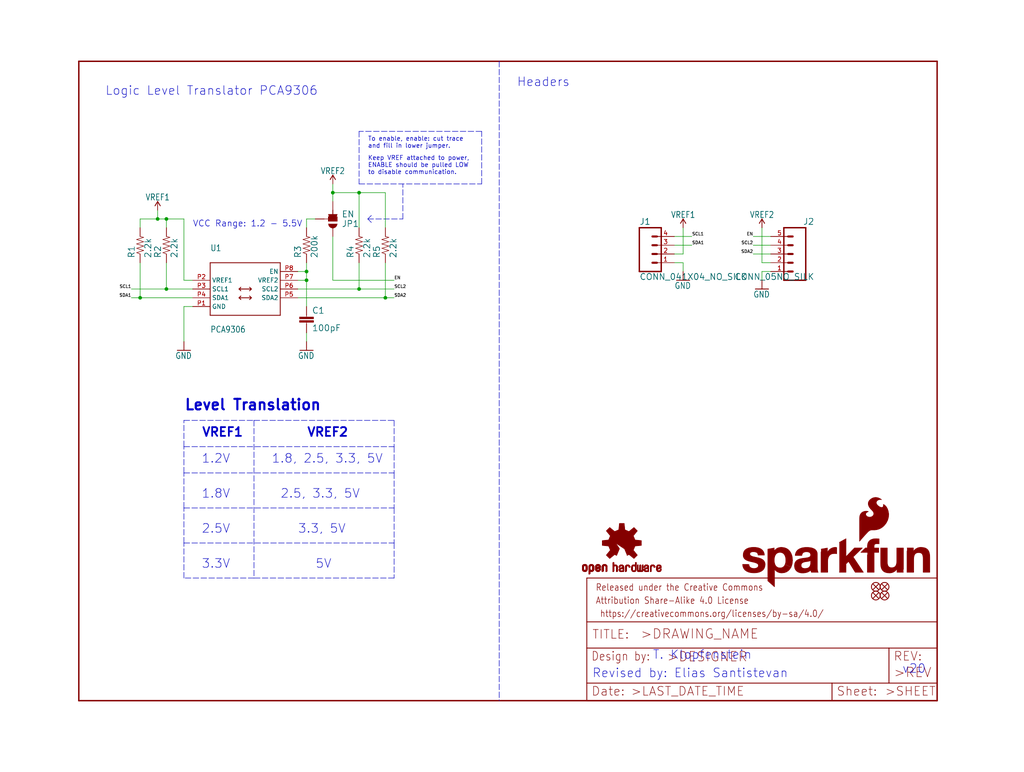
<source format=kicad_sch>
(kicad_sch (version 20211123) (generator eeschema)
  (paper "User" 297.002 223.926)
  (lib_symbols
    (symbol "eagleSchem-eagle-import:100PF-0603-50V-5%"
      (property "Reference" "C" (at 1.524 2.921 0))
      (property "Value" "100PF-0603-50V-5%" (at 1.524 -2.159 0))
      (symbol "100PF-0603-50V-5%_1_0"
        (pin passive line (at 0 5.08 270) (length 2.54) (name "1") (number "1"))
        (pin passive line (at 0 -2.54 90) (length 2.54) (name "2") (number "2"))
      )
    )
    (symbol "eagleSchem-eagle-import:2.2KOHM-0603-1{slash}10W-1%"
      (property "Reference" "R" (at 0 1.524 0))
      (property "Value" "2.2KOHM-0603-1{slash}10W-1%" (at 0 -1.524 0))
      (symbol "2.2KOHM-0603-1{slash}10W-1%_1_0"
        (pin passive line (at -5.08 0 0) (length 2.54) (name "1") (number "1"))
        (pin passive line (at 5.08 0 180) (length 2.54) (name "2") (number "2"))
      )
    )
    (symbol "eagleSchem-eagle-import:200KOHM-0603-1{slash}10W-1%"
      (property "Reference" "R" (at 0 1.524 0))
      (property "Value" "200KOHM-0603-1{slash}10W-1%" (at 0 -1.524 0))
      (symbol "200KOHM-0603-1{slash}10W-1%_1_0"
        (pin passive line (at -5.08 0 0) (length 2.54) (name "1") (number "1"))
        (pin passive line (at 5.08 0 180) (length 2.54) (name "2") (number "2"))
      )
    )
    (symbol "eagleSchem-eagle-import:CONN_041X04_NO_SILK"
      (property "Reference" "J" (at -5.08 8.128 0))
      (property "Value" "CONN_041X04_NO_SILK" (at -5.08 -7.366 0))
      (symbol "CONN_041X04_NO_SILK_1_0"
        (pin passive line (at 5.08 -2.54 180) (length 5.08) (name "1") (number "1"))
        (pin passive line (at 5.08 0 180) (length 5.08) (name "2") (number "2"))
        (pin passive line (at 5.08 2.54 180) (length 5.08) (name "3") (number "3"))
        (pin passive line (at 5.08 5.08 180) (length 5.08) (name "4") (number "4"))
      )
    )
    (symbol "eagleSchem-eagle-import:CONN_05NO_SILK"
      (property "Reference" "J" (at -2.54 8.128 0))
      (property "Value" "CONN_05NO_SILK" (at -2.54 -9.906 0))
      (symbol "CONN_05NO_SILK_1_0"
        (pin passive line (at 7.62 -5.08 180) (length 5.08) (name "1") (number "1"))
        (pin passive line (at 7.62 -2.54 180) (length 5.08) (name "2") (number "2"))
        (pin passive line (at 7.62 0 180) (length 5.08) (name "3") (number "3"))
        (pin passive line (at 7.62 2.54 180) (length 5.08) (name "4") (number "4"))
        (pin passive line (at 7.62 5.08 180) (length 5.08) (name "5") (number "5"))
      )
    )
    (symbol "eagleSchem-eagle-import:FIDUCIALUFIDUCIAL")
    (symbol "eagleSchem-eagle-import:FRAME-LETTER"
      (symbol "FRAME-LETTER_2_0"
        (text " https://creativecommons.org/licenses/by-sa/4.0/" (at 2.54 24.13 0) (effects (font (size 1.9304 1.6408)) (justify left bottom)))
        (text ">DESIGNER" (at 23.114 11.176 0) (effects (font (size 2.7432 2.7432)) (justify left bottom)))
        (text ">DRAWING_NAME" (at 15.494 17.78 0) (effects (font (size 2.7432 2.7432)) (justify left bottom)))
        (text ">LAST_DATE_TIME" (at 12.7 1.27 0) (effects (font (size 2.54 2.54)) (justify left bottom)))
        (text ">REV" (at 88.9 6.604 0) (effects (font (size 2.7432 2.7432)) (justify left bottom)))
        (text ">SHEET" (at 86.36 1.27 0) (effects (font (size 2.54 2.54)) (justify left bottom)))
        (text "Attribution Share-Alike 4.0 License" (at 2.54 27.94 0) (effects (font (size 1.9304 1.6408)) (justify left bottom)))
        (text "Date:" (at 1.27 1.27 0) (effects (font (size 2.54 2.54)) (justify left bottom)))
        (text "Design by:" (at 1.27 11.43 0) (effects (font (size 2.54 2.159)) (justify left bottom)))
        (text "Released under the Creative Commons" (at 2.54 31.75 0) (effects (font (size 1.9304 1.6408)) (justify left bottom)))
        (text "REV:" (at 88.9 11.43 0) (effects (font (size 2.54 2.54)) (justify left bottom)))
        (text "Sheet:" (at 72.39 1.27 0) (effects (font (size 2.54 2.54)) (justify left bottom)))
        (text "TITLE:" (at 1.524 17.78 0) (effects (font (size 2.54 2.54)) (justify left bottom)))
      )
    )
    (symbol "eagleSchem-eagle-import:GND" (power)
      (property "Value" "GND" (at 0 -0.254 0))
      (symbol "GND_1_0"
        (pin power_in line (at 0 2.54 270) (length 2.54) (name "GND") (number "1"))
      )
    )
    (symbol "eagleSchem-eagle-import:JUMPER-SMT_3_1-NC_TRACE_SILK"
      (property "Reference" "JP" (at 2.54 0.381 0))
      (property "Value" "JUMPER-SMT_3_1-NC_TRACE_SILK" (at 2.54 -0.381 0))
      (symbol "JUMPER-SMT_3_1-NC_TRACE_SILK_1_0"
        (pin passive line (at 0 5.08 270) (length 2.54) (name "1") (number "1"))
        (pin passive line (at -5.08 0 0) (length 2.54) (name "2") (number "2"))
        (pin passive line (at 0 -5.08 90) (length 2.54) (name "3") (number "3"))
      )
    )
    (symbol "eagleSchem-eagle-import:OSHW-LOGOMINI")
    (symbol "eagleSchem-eagle-import:PCA9306VSSOP_8PIN"
      (property "Reference" "U" (at -10.16 8.382 0))
      (property "Value" "PCA9306VSSOP_8PIN" (at -10.16 -10.16 0))
      (symbol "PCA9306VSSOP_8PIN_1_0"
        (pin power_in line (at -15.24 -5.08 0) (length 5.08) (name "GND") (number "P1"))
        (pin power_in line (at -15.24 2.54 0) (length 5.08) (name "VREF1") (number "P2"))
        (pin bidirectional line (at -15.24 0 0) (length 5.08) (name "SCL1") (number "P3"))
        (pin bidirectional line (at -15.24 -2.54 0) (length 5.08) (name "SDA1") (number "P4"))
        (pin bidirectional line (at 15.24 -2.54 180) (length 5.08) (name "SDA2") (number "P5"))
        (pin bidirectional line (at 15.24 0 180) (length 5.08) (name "SCL2") (number "P6"))
        (pin power_in line (at 15.24 2.54 180) (length 5.08) (name "VREF2") (number "P7"))
        (pin input line (at 15.24 5.08 180) (length 5.08) (name "EN") (number "P8"))
      )
    )
    (symbol "eagleSchem-eagle-import:SFE_LOGO_FLAME.1_INCH")
    (symbol "eagleSchem-eagle-import:SFE_LOGO_NAME.1_INCH")
    (symbol "eagleSchem-eagle-import:VREF1" (power)
      (property "Value" "VREF1" (at 0 2.794 0))
      (symbol "VREF1_1_0"
        (pin power_in line (at 0 0 90) (length 2.54) (name "VREF1") (number "1"))
      )
    )
    (symbol "eagleSchem-eagle-import:VREF2" (power)
      (property "Value" "VREF2" (at 0 2.794 0))
      (symbol "VREF2_1_0"
        (pin power_in line (at 0 0 90) (length 2.54) (name "VREF2") (number "1"))
      )
    )
  )
  (junction (at 40.64 86.36))
  (junction (at 45.72 63.5))
  (junction (at 88.9 78.74))
  (junction (at 48.26 83.82))
  (junction (at 104.14 55.88))
  (junction (at 111.76 86.36))
  (junction (at 104.14 83.82))
  (junction (at 48.26 63.5))
  (junction (at 88.9 81.28))
  (junction (at 96.52 55.88))
  (wire (pts (xy 223.52 68.58) (xy 218.44 68.58)))
  (polyline (pts (xy 139.7 38.1) (xy 104.14 38.1)))
  (polyline (pts (xy 73.66 121.92) (xy 114.3 121.92)))
  (wire (pts (xy 223.52 73.66) (xy 218.44 73.66)))
  (polyline (pts (xy 106.68 63.5) (xy 107.696 64.516)))
  (polyline (pts (xy 53.34 129.54) (xy 53.34 121.92)))
  (polyline (pts (xy 106.68 63.5) (xy 116.84 63.5)))
  (wire (pts (xy 96.52 68.58) (xy 96.52 81.28)))
  (wire (pts (xy 86.36 78.74) (xy 88.9 78.74)))
  (polyline (pts (xy 114.3 129.54) (xy 114.3 137.16)))
  (polyline (pts (xy 116.84 63.5) (xy 116.84 53.34)))
  (wire (pts (xy 86.36 81.28) (xy 88.9 81.28)))
  (polyline (pts (xy 144.78 17.78) (xy 144.78 203.2)))
  (wire (pts (xy 88.9 66.04) (xy 88.9 63.5)))
  (wire (pts (xy 55.88 88.9) (xy 53.34 88.9)))
  (wire (pts (xy 55.88 86.36) (xy 40.64 86.36)))
  (wire (pts (xy 48.26 83.82) (xy 48.26 76.2)))
  (polyline (pts (xy 114.3 167.64) (xy 73.66 167.64)))
  (wire (pts (xy 111.76 55.88) (xy 111.76 66.04)))
  (polyline (pts (xy 114.3 121.92) (xy 114.3 129.54)))
  (wire (pts (xy 38.1 83.82) (xy 48.26 83.82)))
  (wire (pts (xy 88.9 63.5) (xy 91.44 63.5)))
  (wire (pts (xy 223.52 71.12) (xy 218.44 71.12)))
  (wire (pts (xy 111.76 86.36) (xy 111.76 76.2)))
  (polyline (pts (xy 73.66 167.64) (xy 53.34 167.64)))
  (polyline (pts (xy 53.34 147.32) (xy 53.34 137.16)))
  (wire (pts (xy 88.9 88.9) (xy 88.9 81.28)))
  (polyline (pts (xy 139.7 53.34) (xy 139.7 38.1)))
  (polyline (pts (xy 53.34 157.48) (xy 114.3 157.48)))
  (polyline (pts (xy 114.3 147.32) (xy 114.3 157.48)))
  (polyline (pts (xy 53.34 147.32) (xy 114.3 147.32)))
  (wire (pts (xy 55.88 83.82) (xy 48.26 83.82)))
  (polyline (pts (xy 114.3 157.48) (xy 114.3 167.64)))
  (polyline (pts (xy 53.34 129.54) (xy 114.3 129.54)))
  (wire (pts (xy 220.98 76.2) (xy 220.98 66.04)))
  (polyline (pts (xy 53.34 167.64) (xy 53.34 157.48)))
  (polyline (pts (xy 104.14 38.1) (xy 104.14 53.34)))
  (wire (pts (xy 45.72 60.96) (xy 45.72 63.5)))
  (wire (pts (xy 48.26 63.5) (xy 48.26 66.04)))
  (wire (pts (xy 96.52 58.42) (xy 96.52 55.88)))
  (polyline (pts (xy 104.14 53.34) (xy 139.7 53.34)))
  (wire (pts (xy 88.9 81.28) (xy 88.9 78.74)))
  (wire (pts (xy 53.34 88.9) (xy 53.34 99.06)))
  (wire (pts (xy 53.34 81.28) (xy 53.34 63.5)))
  (wire (pts (xy 40.64 86.36) (xy 40.64 76.2)))
  (wire (pts (xy 55.88 81.28) (xy 53.34 81.28)))
  (wire (pts (xy 88.9 96.52) (xy 88.9 99.06)))
  (wire (pts (xy 40.64 86.36) (xy 38.1 86.36)))
  (wire (pts (xy 104.14 66.04) (xy 104.14 55.88)))
  (wire (pts (xy 104.14 55.88) (xy 111.76 55.88)))
  (wire (pts (xy 195.58 73.66) (xy 198.12 73.66)))
  (wire (pts (xy 104.14 83.82) (xy 104.14 76.2)))
  (wire (pts (xy 114.3 86.36) (xy 111.76 86.36)))
  (wire (pts (xy 195.58 76.2) (xy 198.12 76.2)))
  (wire (pts (xy 96.52 53.34) (xy 96.52 55.88)))
  (wire (pts (xy 223.52 76.2) (xy 220.98 76.2)))
  (wire (pts (xy 114.3 83.82) (xy 104.14 83.82)))
  (polyline (pts (xy 114.3 137.16) (xy 114.3 147.32)))
  (wire (pts (xy 96.52 81.28) (xy 114.3 81.28)))
  (polyline (pts (xy 106.68 63.5) (xy 107.696 62.484)))
  (wire (pts (xy 195.58 71.12) (xy 200.66 71.12)))
  (wire (pts (xy 88.9 78.74) (xy 88.9 76.2)))
  (polyline (pts (xy 53.34 157.48) (xy 53.34 147.32)))
  (wire (pts (xy 195.58 68.58) (xy 200.66 68.58)))
  (polyline (pts (xy 53.34 137.16) (xy 53.34 129.54)))
  (wire (pts (xy 86.36 86.36) (xy 111.76 86.36)))
  (polyline (pts (xy 53.34 137.16) (xy 114.3 137.16)))
  (wire (pts (xy 40.64 66.04) (xy 40.64 63.5)))
  (wire (pts (xy 223.52 78.74) (xy 220.98 78.74)))
  (polyline (pts (xy 73.66 121.92) (xy 73.66 167.64)))
  (polyline (pts (xy 53.34 121.92) (xy 73.66 121.92)))
  (wire (pts (xy 198.12 76.2) (xy 198.12 78.74)))
  (wire (pts (xy 220.98 81.28) (xy 220.98 78.74)))
  (wire (pts (xy 96.52 55.88) (xy 104.14 55.88)))
  (wire (pts (xy 53.34 63.5) (xy 48.26 63.5)))
  (wire (pts (xy 40.64 63.5) (xy 45.72 63.5)))
  (wire (pts (xy 198.12 73.66) (xy 198.12 66.04)))
  (wire (pts (xy 86.36 83.82) (xy 104.14 83.82)))
  (wire (pts (xy 45.72 63.5) (xy 48.26 63.5)))
  (text "Headers" (at 149.86 25.4 180) (effects (font (size 2.54 2.54)) (justify left bottom)))
  (text "Revised by: Elias Santistevan" (at 171.704 196.85 180) (effects (font (size 2.54 2.54)) (justify left bottom)))
  (text "3.3V" (at 58.42 165.1 180) (effects (font (size 2.54 2.54)) (justify left bottom)))
  (text "1.8, 2.5, 3.3, 5V" (at 78.74 134.62 180) (effects (font (size 2.54 2.54)) (justify left bottom)))
  (text "Keep VREF attached to power,\nENABLE should be pulled LOW\nto disable communication." (at 106.68 50.8 0) (effects (font (size 1.27 1.27)) (justify left bottom)))
  (text "2.5, 3.3, 5V" (at 81.28 144.78 180) (effects (font (size 2.54 2.54)) (justify left bottom)))
  (text "To enable, enable: cut trace\nand fill in lower jumper." (at 106.68 43.18 0) (effects (font (size 1.27 1.27)) (justify left bottom)))
  (text "Level Translation" (at 53.34 119.38 180) (effects (font (size 3.048 3.048) (thickness 0.6096) bold) (justify left bottom)))
  (text "5V" (at 91.44 165.1 180) (effects (font (size 2.54 2.54)) (justify left bottom)))
  (text "v20" (at 261.62 195.58 180) (effects (font (size 2.54 2.54)) (justify left bottom)))
  (text "1.8V" (at 58.42 144.78 180) (effects (font (size 2.54 2.54)) (justify left bottom)))
  (text "VREF2" (at 88.9 127 180) (effects (font (size 2.54 2.54) (thickness 0.508) bold) (justify left bottom)))
  (text "T. Klopfenstein" (at 189.23 191.516 180) (effects (font (size 2.54 2.54)) (justify left bottom)))
  (text "VREF1" (at 58.42 127 180) (effects (font (size 2.54 2.54) (thickness 0.508) bold) (justify left bottom)))
  (text "3.3, 5V" (at 86.36 154.94 180) (effects (font (size 2.54 2.54)) (justify left bottom)))
  (text "2.5V" (at 58.42 154.94 180) (effects (font (size 2.54 2.54)) (justify left bottom)))
  (text "Logic Level Translator PCA9306" (at 30.48 27.94 180) (effects (font (size 2.54 2.54)) (justify left bottom)))
  (text "1.2V" (at 58.42 134.62 180) (effects (font (size 2.54 2.54)) (justify left bottom)))
  (text "VCC Range: 1.2 - 5.5V" (at 55.88 66.04 180) (effects (font (size 1.778 1.778)) (justify left bottom)))
  (label "SCL2" (at 218.44 71.12 180) (effects (font (size 0.889 0.889))))
  (label "SDA2" (at 218.44 73.66 180) (effects (font (size 0.889 0.889))))
  (label "SDA1" (at 38.1 86.36 180) (effects (font (size 0.889 0.889))))
  (label "SDA1" (at 200.66 71.12 0) (effects (font (size 0.889 0.889))))
  (label "SCL2" (at 114.3 83.82 0) (effects (font (size 0.889 0.889))))
  (label "SDA2" (at 114.3 86.36 0) (effects (font (size 0.889 0.889))))
  (label "SCL1" (at 200.66 68.58 0) (effects (font (size 0.889 0.889))))
  (label "EN" (at 218.44 68.58 180) (effects (font (size 0.889 0.889))))
  (label "SCL1" (at 38.1 83.82 180) (effects (font (size 0.889 0.889))))
  (label "EN" (at 114.3 81.28 0) (effects (font (size 0.889 0.889))))
  (symbol (lib_id "eagleSchem-eagle-import:SFE_LOGO_NAME.1_INCH") (at 213.36 170.18 0) (unit 1)
    (property "Reference" "LOGO2" (effects hide))
    (property "Value" "SFE_LOGO_NAME.1_INCH" (effects hide))
    (property "Footprint" "eagleSchem:SFE_LOGO_NAME_.1" (effects hide))
  )
  (symbol (lib_id "eagleSchem-eagle-import:FRAME-LETTER") (at 22.86 203.2 0) (unit 1)
    (property "Reference" "FRAME1" (effects hide))
    (property "Value" "FRAME-LETTER" (effects hide))
    (property "Footprint" "eagleSchem:CREATIVE_COMMONS" (effects hide))
  )
  (symbol (lib_id "eagleSchem-eagle-import:FIDUCIALUFIDUCIAL") (at 254 172.72 0) (unit 1)
    (property "Reference" "FD2" (effects hide))
    (property "Value" "FIDUCIALUFIDUCIAL" (effects hide))
    (property "Footprint" "eagleSchem:FIDUCIAL-MICRO" (effects hide))
  )
  (symbol (lib_id "eagleSchem-eagle-import:CONN_05NO_SILK") (at 231.14 73.66 0) (mirror y) (unit 1)
    (property "Reference" "J2" (at 236.22 65.278 0) (effects (font (size 1.778 1.778)) (justify left bottom)))
    (property "Value" "CONN_05NO_SILK" (at 236.22 81.28 0) (effects (font (size 1.778 1.778)) (justify left bottom)))
    (property "Footprint" "eagleSchem:1X05_NO_SILK" (effects hide))
  )
  (symbol (lib_id "eagleSchem-eagle-import:VREF1") (at 45.72 60.96 0) (unit 1)
    (property "Reference" "#SUPPLY1" (effects hide))
    (property "Value" "VREF1" (at 45.72 58.166 0) (effects (font (size 1.778 1.5113)) (justify bottom)))
    (property "Footprint" "eagleSchem:" (effects hide))
  )
  (symbol (lib_id "eagleSchem-eagle-import:SFE_LOGO_FLAME.1_INCH") (at 248.92 157.48 0) (unit 1)
    (property "Reference" "LOGO3" (effects hide))
    (property "Value" "SFE_LOGO_FLAME.1_INCH" (effects hide))
    (property "Footprint" "eagleSchem:SFE_LOGO_FLAME_.1" (effects hide))
  )
  (symbol (lib_id "eagleSchem-eagle-import:JUMPER-SMT_3_1-NC_TRACE_SILK") (at 96.52 63.5 0) (mirror x) (unit 1)
    (property "Reference" "JP1" (at 99.06 63.881 0) (effects (font (size 1.778 1.778)) (justify left bottom)))
    (property "Value" "EN" (at 99.06 63.119 0) (effects (font (size 1.778 1.778)) (justify left top)))
    (property "Footprint" "eagleSchem:SMT-JUMPER_3_1-NC_TRACE_SILK" (effects hide))
  )
  (symbol (lib_id "eagleSchem-eagle-import:200KOHM-0603-1{slash}10W-1%") (at 88.9 71.12 90) (unit 1)
    (property "Reference" "R3" (at 87.4014 74.93 0) (effects (font (size 1.778 1.778)) (justify left bottom)))
    (property "Value" "200k" (at 92.202 74.93 0) (effects (font (size 1.778 1.778)) (justify left bottom)))
    (property "Footprint" "eagleSchem:0603" (effects hide))
  )
  (symbol (lib_id "eagleSchem-eagle-import:GND") (at 53.34 101.6 0) (unit 1)
    (property "Reference" "#GND1" (effects hide))
    (property "Value" "GND" (at 50.8 104.14 0) (effects (font (size 1.778 1.5113)) (justify left bottom)))
    (property "Footprint" "eagleSchem:" (effects hide))
  )
  (symbol (lib_id "eagleSchem-eagle-import:2.2KOHM-0603-1{slash}10W-1%") (at 48.26 71.12 90) (unit 1)
    (property "Reference" "R2" (at 46.7614 74.93 0) (effects (font (size 1.778 1.778)) (justify left bottom)))
    (property "Value" "2.2k" (at 51.562 74.93 0) (effects (font (size 1.778 1.778)) (justify left bottom)))
    (property "Footprint" "eagleSchem:0603" (effects hide))
  )
  (symbol (lib_id "eagleSchem-eagle-import:PCA9306VSSOP_8PIN") (at 71.12 83.82 0) (unit 1)
    (property "Reference" "U1" (at 60.96 72.898 0) (effects (font (size 1.778 1.5113)) (justify left bottom)))
    (property "Value" "PCA9306" (at 60.96 96.52 0) (effects (font (size 1.778 1.5113)) (justify left bottom)))
    (property "Footprint" "eagleSchem:VSSOP_8PIN" (effects hide))
  )
  (symbol (lib_id "eagleSchem-eagle-import:FIDUCIALUFIDUCIAL") (at 256.54 172.72 0) (unit 1)
    (property "Reference" "FD4" (effects hide))
    (property "Value" "FIDUCIALUFIDUCIAL" (effects hide))
    (property "Footprint" "eagleSchem:FIDUCIAL-MICRO" (effects hide))
  )
  (symbol (lib_id "eagleSchem-eagle-import:2.2KOHM-0603-1{slash}10W-1%") (at 111.76 71.12 90) (unit 1)
    (property "Reference" "R5" (at 110.2614 74.93 0) (effects (font (size 1.778 1.778)) (justify left bottom)))
    (property "Value" "2.2k" (at 115.062 74.93 0) (effects (font (size 1.778 1.778)) (justify left bottom)))
    (property "Footprint" "eagleSchem:0603" (effects hide))
  )
  (symbol (lib_id "eagleSchem-eagle-import:GND") (at 220.98 83.82 0) (unit 1)
    (property "Reference" "#GND4" (effects hide))
    (property "Value" "GND" (at 218.44 86.36 0) (effects (font (size 1.778 1.5113)) (justify left bottom)))
    (property "Footprint" "eagleSchem:" (effects hide))
  )
  (symbol (lib_id "eagleSchem-eagle-import:FIDUCIALUFIDUCIAL") (at 256.54 170.18 0) (unit 1)
    (property "Reference" "FD3" (effects hide))
    (property "Value" "FIDUCIALUFIDUCIAL" (effects hide))
    (property "Footprint" "eagleSchem:FIDUCIAL-MICRO" (effects hide))
  )
  (symbol (lib_id "eagleSchem-eagle-import:100PF-0603-50V-5%") (at 88.9 93.98 0) (unit 1)
    (property "Reference" "C1" (at 90.424 91.059 0) (effects (font (size 1.778 1.778)) (justify left bottom)))
    (property "Value" "100pF" (at 90.424 96.139 0) (effects (font (size 1.778 1.778)) (justify left bottom)))
    (property "Footprint" "eagleSchem:0603" (effects hide))
  )
  (symbol (lib_id "eagleSchem-eagle-import:2.2KOHM-0603-1{slash}10W-1%") (at 104.14 71.12 90) (unit 1)
    (property "Reference" "R4" (at 102.6414 74.93 0) (effects (font (size 1.778 1.778)) (justify left bottom)))
    (property "Value" "2.2k" (at 107.442 74.93 0) (effects (font (size 1.778 1.778)) (justify left bottom)))
    (property "Footprint" "eagleSchem:0603" (effects hide))
  )
  (symbol (lib_id "eagleSchem-eagle-import:FRAME-LETTER") (at 170.18 203.2 0) (unit 2)
    (property "Reference" "FRAME1" (effects hide))
    (property "Value" "FRAME-LETTER" (effects hide))
    (property "Footprint" "eagleSchem:CREATIVE_COMMONS" (effects hide))
  )
  (symbol (lib_id "eagleSchem-eagle-import:GND") (at 198.12 81.28 0) (unit 1)
    (property "Reference" "#GND3" (effects hide))
    (property "Value" "GND" (at 195.58 83.82 0) (effects (font (size 1.778 1.5113)) (justify left bottom)))
    (property "Footprint" "eagleSchem:" (effects hide))
  )
  (symbol (lib_id "eagleSchem-eagle-import:FIDUCIALUFIDUCIAL") (at 254 170.18 0) (unit 1)
    (property "Reference" "FD1" (effects hide))
    (property "Value" "FIDUCIALUFIDUCIAL" (effects hide))
    (property "Footprint" "eagleSchem:FIDUCIAL-MICRO" (effects hide))
  )
  (symbol (lib_id "eagleSchem-eagle-import:VREF1") (at 198.12 66.04 0) (unit 1)
    (property "Reference" "#SUPPLY3" (effects hide))
    (property "Value" "VREF1" (at 198.12 63.246 0) (effects (font (size 1.778 1.5113)) (justify bottom)))
    (property "Footprint" "eagleSchem:" (effects hide))
  )
  (symbol (lib_id "eagleSchem-eagle-import:CONN_041X04_NO_SILK") (at 190.5 73.66 0) (unit 1)
    (property "Reference" "J1" (at 185.42 65.278 0) (effects (font (size 1.778 1.778)) (justify left bottom)))
    (property "Value" "CONN_041X04_NO_SILK" (at 185.42 81.28 0) (effects (font (size 1.778 1.778)) (justify left bottom)))
    (property "Footprint" "eagleSchem:1X04_NO_SILK" (effects hide))
  )
  (symbol (lib_id "eagleSchem-eagle-import:VREF2") (at 96.52 53.34 0) (unit 1)
    (property "Reference" "#SUPPLY2" (effects hide))
    (property "Value" "VREF2" (at 96.52 50.546 0) (effects (font (size 1.778 1.5113)) (justify bottom)))
    (property "Footprint" "eagleSchem:" (effects hide))
  )
  (symbol (lib_id "eagleSchem-eagle-import:2.2KOHM-0603-1{slash}10W-1%") (at 40.64 71.12 90) (unit 1)
    (property "Reference" "R1" (at 39.1414 74.93 0) (effects (font (size 1.778 1.778)) (justify left bottom)))
    (property "Value" "2.2k" (at 43.942 74.93 0) (effects (font (size 1.778 1.778)) (justify left bottom)))
    (property "Footprint" "eagleSchem:0603" (effects hide))
  )
  (symbol (lib_id "eagleSchem-eagle-import:GND") (at 88.9 101.6 0) (unit 1)
    (property "Reference" "#GND2" (effects hide))
    (property "Value" "GND" (at 86.36 104.14 0) (effects (font (size 1.778 1.5113)) (justify left bottom)))
    (property "Footprint" "eagleSchem:" (effects hide))
  )
  (symbol (lib_id "eagleSchem-eagle-import:OSHW-LOGOMINI") (at 180.34 157.48 0) (unit 1)
    (property "Reference" "LOGO1" (effects hide))
    (property "Value" "OSHW-LOGOMINI" (effects hide))
    (property "Footprint" "eagleSchem:OSHW-LOGO-MINI" (effects hide))
  )
  (symbol (lib_id "eagleSchem-eagle-import:VREF2") (at 220.98 66.04 0) (unit 1)
    (property "Reference" "#SUPPLY4" (effects hide))
    (property "Value" "VREF2" (at 220.98 63.246 0) (effects (font (size 1.778 1.5113)) (justify bottom)))
    (property "Footprint" "eagleSchem:" (effects hide))
  )
)
</source>
